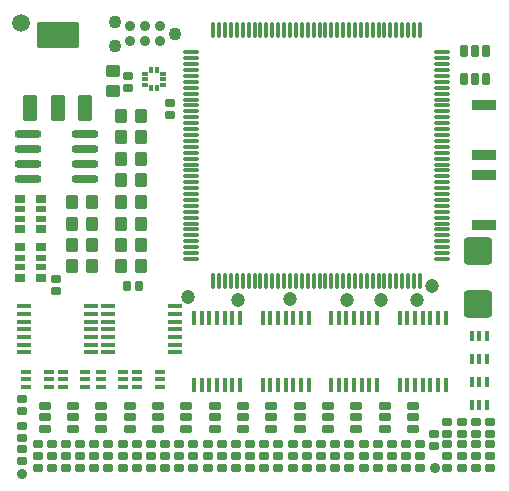
<source format=gts>
G04*
G04 #@! TF.GenerationSoftware,Altium Limited,Altium Designer,22.11.1 (43)*
G04*
G04 Layer_Color=8388736*
%FSLAX25Y25*%
%MOIN*%
G70*
G04*
G04 #@! TF.SameCoordinates,09696BF9-F793-4DFF-A814-162FF6B654E2*
G04*
G04*
G04 #@! TF.FilePolarity,Negative*
G04*
G01*
G75*
G04:AMPARAMS|DCode=41|XSize=47.24mil|YSize=88.58mil|CornerRadius=6.3mil|HoleSize=0mil|Usage=FLASHONLY|Rotation=0.000|XOffset=0mil|YOffset=0mil|HoleType=Round|Shape=RoundedRectangle|*
%AMROUNDEDRECTD41*
21,1,0.04724,0.07598,0,0,0.0*
21,1,0.03465,0.08858,0,0,0.0*
1,1,0.01260,0.01732,-0.03799*
1,1,0.01260,-0.01732,-0.03799*
1,1,0.01260,-0.01732,0.03799*
1,1,0.01260,0.01732,0.03799*
%
%ADD41ROUNDEDRECTD41*%
G04:AMPARAMS|DCode=42|XSize=47.24mil|YSize=88.58mil|CornerRadius=6.3mil|HoleSize=0mil|Usage=FLASHONLY|Rotation=0.000|XOffset=0mil|YOffset=0mil|HoleType=Round|Shape=RoundedRectangle|*
%AMROUNDEDRECTD42*
21,1,0.04724,0.07599,0,0,0.0*
21,1,0.03465,0.08858,0,0,0.0*
1,1,0.01260,0.01732,-0.03799*
1,1,0.01260,-0.01732,-0.03799*
1,1,0.01260,-0.01732,0.03799*
1,1,0.01260,0.01732,0.03799*
%
%ADD42ROUNDEDRECTD42*%
G04:AMPARAMS|DCode=43|XSize=141.73mil|YSize=88.58mil|CornerRadius=10.43mil|HoleSize=0mil|Usage=FLASHONLY|Rotation=0.000|XOffset=0mil|YOffset=0mil|HoleType=Round|Shape=RoundedRectangle|*
%AMROUNDEDRECTD43*
21,1,0.14173,0.06772,0,0,0.0*
21,1,0.12087,0.08858,0,0,0.0*
1,1,0.02087,0.06043,-0.03386*
1,1,0.02087,-0.06043,-0.03386*
1,1,0.02087,-0.06043,0.03386*
1,1,0.02087,0.06043,0.03386*
%
%ADD43ROUNDEDRECTD43*%
%ADD44O,0.05512X0.01260*%
%ADD45O,0.01260X0.05512*%
G04:AMPARAMS|DCode=46|XSize=43.31mil|YSize=47.24mil|CornerRadius=5.91mil|HoleSize=0mil|Usage=FLASHONLY|Rotation=0.000|XOffset=0mil|YOffset=0mil|HoleType=Round|Shape=RoundedRectangle|*
%AMROUNDEDRECTD46*
21,1,0.04331,0.03543,0,0,0.0*
21,1,0.03150,0.04724,0,0,0.0*
1,1,0.01181,0.01575,-0.01772*
1,1,0.01181,-0.01575,-0.01772*
1,1,0.01181,-0.01575,0.01772*
1,1,0.01181,0.01575,0.01772*
%
%ADD46ROUNDEDRECTD46*%
G04:AMPARAMS|DCode=47|XSize=27.56mil|YSize=39.37mil|CornerRadius=4.33mil|HoleSize=0mil|Usage=FLASHONLY|Rotation=180.000|XOffset=0mil|YOffset=0mil|HoleType=Round|Shape=RoundedRectangle|*
%AMROUNDEDRECTD47*
21,1,0.02756,0.03071,0,0,180.0*
21,1,0.01890,0.03937,0,0,180.0*
1,1,0.00866,-0.00945,0.01535*
1,1,0.00866,0.00945,0.01535*
1,1,0.00866,0.00945,-0.01535*
1,1,0.00866,-0.00945,-0.01535*
%
%ADD47ROUNDEDRECTD47*%
%ADD48C,0.03494*%
G04:AMPARAMS|DCode=49|XSize=31.5mil|YSize=27.56mil|CornerRadius=4.33mil|HoleSize=0mil|Usage=FLASHONLY|Rotation=180.000|XOffset=0mil|YOffset=0mil|HoleType=Round|Shape=RoundedRectangle|*
%AMROUNDEDRECTD49*
21,1,0.03150,0.01890,0,0,180.0*
21,1,0.02284,0.02756,0,0,180.0*
1,1,0.00866,-0.01142,0.00945*
1,1,0.00866,0.01142,0.00945*
1,1,0.00866,0.01142,-0.00945*
1,1,0.00866,-0.01142,-0.00945*
%
%ADD49ROUNDEDRECTD49*%
G04:AMPARAMS|DCode=50|XSize=27.56mil|YSize=39.37mil|CornerRadius=4.33mil|HoleSize=0mil|Usage=FLASHONLY|Rotation=270.000|XOffset=0mil|YOffset=0mil|HoleType=Round|Shape=RoundedRectangle|*
%AMROUNDEDRECTD50*
21,1,0.02756,0.03071,0,0,270.0*
21,1,0.01890,0.03937,0,0,270.0*
1,1,0.00866,-0.01535,-0.00945*
1,1,0.00866,-0.01535,0.00945*
1,1,0.00866,0.01535,0.00945*
1,1,0.00866,0.01535,-0.00945*
%
%ADD50ROUNDEDRECTD50*%
G04:AMPARAMS|DCode=51|XSize=90.55mil|YSize=94.49mil|CornerRadius=10.63mil|HoleSize=0mil|Usage=FLASHONLY|Rotation=90.000|XOffset=0mil|YOffset=0mil|HoleType=Round|Shape=RoundedRectangle|*
%AMROUNDEDRECTD51*
21,1,0.09055,0.07323,0,0,90.0*
21,1,0.06929,0.09449,0,0,90.0*
1,1,0.02126,0.03661,0.03465*
1,1,0.02126,0.03661,-0.03465*
1,1,0.02126,-0.03661,-0.03465*
1,1,0.02126,-0.03661,0.03465*
%
%ADD51ROUNDEDRECTD51*%
%ADD52C,0.03543*%
G04:AMPARAMS|DCode=53|XSize=29.53mil|YSize=35.43mil|CornerRadius=4.53mil|HoleSize=0mil|Usage=FLASHONLY|Rotation=90.000|XOffset=0mil|YOffset=0mil|HoleType=Round|Shape=RoundedRectangle|*
%AMROUNDEDRECTD53*
21,1,0.02953,0.02638,0,0,90.0*
21,1,0.02047,0.03543,0,0,90.0*
1,1,0.00906,0.01319,0.01024*
1,1,0.00906,0.01319,-0.01024*
1,1,0.00906,-0.01319,-0.01024*
1,1,0.00906,-0.01319,0.01024*
%
%ADD53ROUNDEDRECTD53*%
G04:AMPARAMS|DCode=54|XSize=21.65mil|YSize=35.43mil|CornerRadius=3.74mil|HoleSize=0mil|Usage=FLASHONLY|Rotation=90.000|XOffset=0mil|YOffset=0mil|HoleType=Round|Shape=RoundedRectangle|*
%AMROUNDEDRECTD54*
21,1,0.02165,0.02795,0,0,90.0*
21,1,0.01417,0.03543,0,0,90.0*
1,1,0.00748,0.01398,0.00709*
1,1,0.00748,0.01398,-0.00709*
1,1,0.00748,-0.01398,-0.00709*
1,1,0.00748,-0.01398,0.00709*
%
%ADD54ROUNDEDRECTD54*%
G04:AMPARAMS|DCode=55|XSize=35.43mil|YSize=82.68mil|CornerRadius=5.12mil|HoleSize=0mil|Usage=FLASHONLY|Rotation=90.000|XOffset=0mil|YOffset=0mil|HoleType=Round|Shape=RoundedRectangle|*
%AMROUNDEDRECTD55*
21,1,0.03543,0.07244,0,0,90.0*
21,1,0.02520,0.08268,0,0,90.0*
1,1,0.01024,0.03622,0.01260*
1,1,0.01024,0.03622,-0.01260*
1,1,0.01024,-0.03622,-0.01260*
1,1,0.01024,-0.03622,0.01260*
%
%ADD55ROUNDEDRECTD55*%
%ADD56O,0.01575X0.04724*%
%ADD57O,0.04724X0.01575*%
G04:AMPARAMS|DCode=58|XSize=16.54mil|YSize=35.43mil|CornerRadius=3.23mil|HoleSize=0mil|Usage=FLASHONLY|Rotation=90.000|XOffset=0mil|YOffset=0mil|HoleType=Round|Shape=RoundedRectangle|*
%AMROUNDEDRECTD58*
21,1,0.01654,0.02898,0,0,90.0*
21,1,0.01008,0.03543,0,0,90.0*
1,1,0.00646,0.01449,0.00504*
1,1,0.00646,0.01449,-0.00504*
1,1,0.00646,-0.01449,-0.00504*
1,1,0.00646,-0.01449,0.00504*
%
%ADD58ROUNDEDRECTD58*%
%ADD59O,0.09055X0.02756*%
G04:AMPARAMS|DCode=60|XSize=16.54mil|YSize=35.43mil|CornerRadius=3.23mil|HoleSize=0mil|Usage=FLASHONLY|Rotation=180.000|XOffset=0mil|YOffset=0mil|HoleType=Round|Shape=RoundedRectangle|*
%AMROUNDEDRECTD60*
21,1,0.01654,0.02898,0,0,180.0*
21,1,0.01008,0.03543,0,0,180.0*
1,1,0.00646,-0.00504,0.01449*
1,1,0.00646,0.00504,0.01449*
1,1,0.00646,0.00504,-0.01449*
1,1,0.00646,-0.00504,-0.01449*
%
%ADD60ROUNDEDRECTD60*%
%ADD61R,0.01870X0.01772*%
%ADD62R,0.01772X0.01870*%
G04:AMPARAMS|DCode=63|XSize=43.31mil|YSize=47.24mil|CornerRadius=5.91mil|HoleSize=0mil|Usage=FLASHONLY|Rotation=270.000|XOffset=0mil|YOffset=0mil|HoleType=Round|Shape=RoundedRectangle|*
%AMROUNDEDRECTD63*
21,1,0.04331,0.03543,0,0,270.0*
21,1,0.03150,0.04724,0,0,270.0*
1,1,0.01181,-0.01772,-0.01575*
1,1,0.01181,-0.01772,0.01575*
1,1,0.01181,0.01772,0.01575*
1,1,0.01181,0.01772,-0.01575*
%
%ADD63ROUNDEDRECTD63*%
G04:AMPARAMS|DCode=64|XSize=31.5mil|YSize=27.56mil|CornerRadius=4.33mil|HoleSize=0mil|Usage=FLASHONLY|Rotation=90.000|XOffset=0mil|YOffset=0mil|HoleType=Round|Shape=RoundedRectangle|*
%AMROUNDEDRECTD64*
21,1,0.03150,0.01890,0,0,90.0*
21,1,0.02284,0.02756,0,0,90.0*
1,1,0.00866,0.00945,0.01142*
1,1,0.00866,0.00945,-0.01142*
1,1,0.00866,-0.00945,-0.01142*
1,1,0.00866,-0.00945,0.01142*
%
%ADD64ROUNDEDRECTD64*%
%ADD65C,0.04294*%
%ADD66C,0.04724*%
%ADD67C,0.05906*%
D41*
X7480Y125197D02*
D03*
X25591D02*
D03*
D42*
X16535D02*
D03*
D43*
X16535Y149606D02*
D03*
D44*
X61024Y143701D02*
D03*
Y141732D02*
D03*
X61024Y139764D02*
D03*
Y137795D02*
D03*
Y135827D02*
D03*
Y133858D02*
D03*
Y131890D02*
D03*
X61024Y129921D02*
D03*
Y127953D02*
D03*
Y125984D02*
D03*
X61024Y124016D02*
D03*
Y122047D02*
D03*
Y120079D02*
D03*
Y118110D02*
D03*
Y116142D02*
D03*
Y114173D02*
D03*
Y112205D02*
D03*
Y110236D02*
D03*
Y108268D02*
D03*
Y106299D02*
D03*
Y104331D02*
D03*
X61024Y102362D02*
D03*
X61024Y100394D02*
D03*
Y98425D02*
D03*
Y96457D02*
D03*
Y94488D02*
D03*
Y92520D02*
D03*
X61024Y90551D02*
D03*
Y88583D02*
D03*
Y86614D02*
D03*
X61024Y84646D02*
D03*
Y82677D02*
D03*
Y80709D02*
D03*
Y78740D02*
D03*
Y76772D02*
D03*
X61024Y74803D02*
D03*
X144685D02*
D03*
X144685Y76772D02*
D03*
Y78740D02*
D03*
Y80709D02*
D03*
Y82677D02*
D03*
Y84646D02*
D03*
X144685Y86614D02*
D03*
Y88583D02*
D03*
Y90551D02*
D03*
X144685Y92520D02*
D03*
Y94488D02*
D03*
Y96457D02*
D03*
Y98425D02*
D03*
Y100394D02*
D03*
X144685Y102362D02*
D03*
X144685Y104331D02*
D03*
Y106299D02*
D03*
Y108268D02*
D03*
Y110236D02*
D03*
Y112205D02*
D03*
Y114173D02*
D03*
Y116142D02*
D03*
Y118110D02*
D03*
Y120079D02*
D03*
Y122047D02*
D03*
Y124016D02*
D03*
X144685Y125984D02*
D03*
Y127953D02*
D03*
Y129921D02*
D03*
X144685Y131890D02*
D03*
Y133858D02*
D03*
Y135827D02*
D03*
Y137795D02*
D03*
Y139764D02*
D03*
X144685Y141732D02*
D03*
Y143701D02*
D03*
D45*
X68405Y67421D02*
D03*
X70374D02*
D03*
X72342Y67421D02*
D03*
X74311D02*
D03*
X76279D02*
D03*
X78248D02*
D03*
X80216D02*
D03*
X82185Y67421D02*
D03*
X84153D02*
D03*
X86122D02*
D03*
X88090Y67421D02*
D03*
X90059D02*
D03*
X92028D02*
D03*
X93996D02*
D03*
X95965D02*
D03*
X97933D02*
D03*
X99902D02*
D03*
X101870D02*
D03*
X103839D02*
D03*
X105807D02*
D03*
X107776D02*
D03*
X109744Y67421D02*
D03*
X111713Y67421D02*
D03*
X113681D02*
D03*
X115650D02*
D03*
X117618D02*
D03*
X119587D02*
D03*
X121555Y67421D02*
D03*
X123524D02*
D03*
X125492D02*
D03*
X127461Y67421D02*
D03*
X129429D02*
D03*
X131398D02*
D03*
X133366D02*
D03*
X135335D02*
D03*
X137303Y67421D02*
D03*
Y151083D02*
D03*
X135335Y151083D02*
D03*
X133366D02*
D03*
X131398D02*
D03*
X129429D02*
D03*
X127461D02*
D03*
X125492Y151083D02*
D03*
X123524D02*
D03*
X121555D02*
D03*
X119587Y151083D02*
D03*
X117618D02*
D03*
X115650D02*
D03*
X113681D02*
D03*
X111713D02*
D03*
X109744Y151083D02*
D03*
X107776Y151083D02*
D03*
X105807D02*
D03*
X103839D02*
D03*
X101870D02*
D03*
X99902D02*
D03*
X97933D02*
D03*
X95965D02*
D03*
X93996D02*
D03*
X92028D02*
D03*
X90059D02*
D03*
X88090D02*
D03*
X86122Y151083D02*
D03*
X84153D02*
D03*
X82185D02*
D03*
X80216Y151083D02*
D03*
X78248D02*
D03*
X76279D02*
D03*
X74311D02*
D03*
X72342D02*
D03*
X70374Y151083D02*
D03*
X68405D02*
D03*
D46*
X37795Y101181D02*
D03*
X44488Y101181D02*
D03*
Y108268D02*
D03*
X37795D02*
D03*
Y115354D02*
D03*
X44488D02*
D03*
Y122441D02*
D03*
X37795D02*
D03*
X27953Y93701D02*
D03*
X21260D02*
D03*
X44488Y93701D02*
D03*
X37795Y93701D02*
D03*
X27953Y86614D02*
D03*
X21260Y86614D02*
D03*
X44488Y86614D02*
D03*
X37795D02*
D03*
X27953Y79528D02*
D03*
X21260D02*
D03*
X44488D02*
D03*
X37795D02*
D03*
X21260Y72441D02*
D03*
X27953Y72441D02*
D03*
X44488Y72441D02*
D03*
X37795D02*
D03*
D47*
X159449Y144095D02*
D03*
X155709D02*
D03*
X151969D02*
D03*
Y134646D02*
D03*
X155709D02*
D03*
X159449D02*
D03*
D48*
X50748Y152441D02*
D03*
Y147441D02*
D03*
X45748Y152441D02*
D03*
X45748Y147441D02*
D03*
X40748Y152441D02*
D03*
Y147441D02*
D03*
D49*
X4724Y7480D02*
D03*
Y11417D02*
D03*
X151181Y20472D02*
D03*
Y16535D02*
D03*
X47638Y9055D02*
D03*
Y5118D02*
D03*
X61811Y9055D02*
D03*
X61811Y5118D02*
D03*
X80709Y12992D02*
D03*
Y9055D02*
D03*
Y5118D02*
D03*
Y9055D02*
D03*
X90158D02*
D03*
X90158Y12992D02*
D03*
X90158Y9055D02*
D03*
X90158Y5118D02*
D03*
X113780Y12992D02*
D03*
Y9055D02*
D03*
X137402D02*
D03*
X137402Y12992D02*
D03*
X137402Y9055D02*
D03*
X137402Y5118D02*
D03*
X54036Y122835D02*
D03*
Y126772D02*
D03*
X142126Y12598D02*
D03*
Y16535D02*
D03*
X4724Y28150D02*
D03*
Y24213D02*
D03*
X16142Y64173D02*
D03*
Y68110D02*
D03*
X160630Y16535D02*
D03*
Y20472D02*
D03*
X155905Y16535D02*
D03*
Y20472D02*
D03*
X146457Y16535D02*
D03*
Y20472D02*
D03*
X9843Y9055D02*
D03*
Y12992D02*
D03*
X14567Y9055D02*
D03*
Y12992D02*
D03*
X19291Y9055D02*
D03*
Y12992D02*
D03*
X24016Y9055D02*
D03*
Y12992D02*
D03*
X9843Y9055D02*
D03*
Y5118D02*
D03*
X14567Y9055D02*
D03*
Y5118D02*
D03*
X19291Y9055D02*
D03*
Y5118D02*
D03*
X24016Y9055D02*
D03*
Y5118D02*
D03*
X28740Y9055D02*
D03*
Y12992D02*
D03*
X33465Y9055D02*
D03*
Y12992D02*
D03*
X38189Y9055D02*
D03*
X38189Y12992D02*
D03*
X43031Y9055D02*
D03*
Y12992D02*
D03*
X28740Y9055D02*
D03*
Y5118D02*
D03*
X33465Y9055D02*
D03*
Y5118D02*
D03*
X38189Y9055D02*
D03*
X38189Y5118D02*
D03*
X42913Y9055D02*
D03*
Y5118D02*
D03*
X47638Y9055D02*
D03*
Y12992D02*
D03*
X52362Y9055D02*
D03*
Y12992D02*
D03*
X57087Y9055D02*
D03*
Y12992D02*
D03*
X61811Y9055D02*
D03*
Y12992D02*
D03*
X52362Y9055D02*
D03*
X52362Y5118D02*
D03*
X57087Y9055D02*
D03*
Y5118D02*
D03*
X66536Y12992D02*
D03*
Y9055D02*
D03*
X71260Y12992D02*
D03*
Y9055D02*
D03*
X75984Y12992D02*
D03*
Y9055D02*
D03*
X66536Y5118D02*
D03*
Y9055D02*
D03*
X71260Y5118D02*
D03*
Y9055D02*
D03*
X75984Y5118D02*
D03*
Y9055D02*
D03*
X85433D02*
D03*
Y12992D02*
D03*
X94882Y9055D02*
D03*
Y12992D02*
D03*
X99606Y9055D02*
D03*
Y12992D02*
D03*
X85433Y9055D02*
D03*
Y5118D02*
D03*
X94882Y9055D02*
D03*
Y5118D02*
D03*
X99606Y9055D02*
D03*
Y5118D02*
D03*
X104331Y12992D02*
D03*
Y9055D02*
D03*
X109055Y12992D02*
D03*
Y9055D02*
D03*
X118504Y12992D02*
D03*
Y9055D02*
D03*
X104331Y5118D02*
D03*
Y9055D02*
D03*
X109055Y5118D02*
D03*
Y9055D02*
D03*
X113780Y5118D02*
D03*
Y9055D02*
D03*
X118504Y5118D02*
D03*
Y9055D02*
D03*
X123228D02*
D03*
X123228Y12992D02*
D03*
X127953Y9055D02*
D03*
Y12992D02*
D03*
X132677Y9055D02*
D03*
Y12992D02*
D03*
X123228Y9055D02*
D03*
X123228Y5118D02*
D03*
X127953Y9055D02*
D03*
Y5118D02*
D03*
X132677Y9055D02*
D03*
Y5118D02*
D03*
X146457Y12992D02*
D03*
Y9055D02*
D03*
X151181Y12992D02*
D03*
Y9055D02*
D03*
X155905Y12992D02*
D03*
Y9055D02*
D03*
X160630Y12992D02*
D03*
Y9055D02*
D03*
X146457Y5118D02*
D03*
Y9055D02*
D03*
X151181Y5118D02*
D03*
Y9055D02*
D03*
X155905Y5118D02*
D03*
Y9055D02*
D03*
X160630Y5118D02*
D03*
Y9055D02*
D03*
X4724Y19094D02*
D03*
Y15157D02*
D03*
X40157Y131890D02*
D03*
Y135827D02*
D03*
D50*
X59449Y25787D02*
D03*
Y22047D02*
D03*
Y18307D02*
D03*
X50000Y18307D02*
D03*
Y22047D02*
D03*
X50000Y25787D02*
D03*
X21654D02*
D03*
X21654Y22047D02*
D03*
Y18307D02*
D03*
X12205D02*
D03*
Y22047D02*
D03*
X12205Y25787D02*
D03*
X40551Y25787D02*
D03*
Y22047D02*
D03*
Y18307D02*
D03*
X31102Y18307D02*
D03*
Y22047D02*
D03*
Y25787D02*
D03*
X78347D02*
D03*
Y22047D02*
D03*
Y18307D02*
D03*
X68898Y18307D02*
D03*
Y22047D02*
D03*
X68898Y25787D02*
D03*
X97244D02*
D03*
Y22047D02*
D03*
Y18307D02*
D03*
X87795D02*
D03*
Y22047D02*
D03*
Y25787D02*
D03*
X116142Y25787D02*
D03*
Y22047D02*
D03*
Y18307D02*
D03*
X106693D02*
D03*
Y22047D02*
D03*
Y25787D02*
D03*
X135039D02*
D03*
Y22047D02*
D03*
Y18307D02*
D03*
X125591Y18307D02*
D03*
Y22047D02*
D03*
X125591Y25787D02*
D03*
D51*
X156693Y59842D02*
D03*
Y77559D02*
D03*
D52*
X142402Y5118D02*
D03*
X4724Y3150D02*
D03*
D53*
X11024Y78642D02*
D03*
X3937D02*
D03*
Y68602D02*
D03*
X11024D02*
D03*
Y84744D02*
D03*
X3937D02*
D03*
Y94784D02*
D03*
X11024D02*
D03*
D54*
X3937Y72047D02*
D03*
Y75197D02*
D03*
X11024D02*
D03*
Y72047D02*
D03*
Y88189D02*
D03*
Y91339D02*
D03*
X3937D02*
D03*
Y88189D02*
D03*
D55*
X158661Y125984D02*
D03*
Y109449D02*
D03*
Y86221D02*
D03*
Y102756D02*
D03*
D56*
X145866Y55118D02*
D03*
X143307D02*
D03*
X140748D02*
D03*
X138189D02*
D03*
X135630D02*
D03*
X133071D02*
D03*
X130512D02*
D03*
X145866Y32677D02*
D03*
X143307Y32677D02*
D03*
X140748D02*
D03*
X138189Y32677D02*
D03*
X135630Y32677D02*
D03*
X133071D02*
D03*
X130512Y32677D02*
D03*
X77362Y55118D02*
D03*
X74803D02*
D03*
X72244D02*
D03*
X69685D02*
D03*
X67126D02*
D03*
X64567D02*
D03*
X62008D02*
D03*
X77362Y32677D02*
D03*
X74803D02*
D03*
X72244D02*
D03*
X69685D02*
D03*
X67126D02*
D03*
X64567D02*
D03*
X62008D02*
D03*
X100197Y55118D02*
D03*
X97638D02*
D03*
X95079D02*
D03*
X92520D02*
D03*
X89961D02*
D03*
X87402D02*
D03*
X84843D02*
D03*
X100197Y32677D02*
D03*
X97638D02*
D03*
X95079D02*
D03*
X92520D02*
D03*
X89961D02*
D03*
X87402D02*
D03*
X84843D02*
D03*
X123031Y55118D02*
D03*
X120472D02*
D03*
X117913D02*
D03*
X115354D02*
D03*
X112795D02*
D03*
X110236D02*
D03*
X107677D02*
D03*
X123031Y32677D02*
D03*
X120472D02*
D03*
X117913D02*
D03*
X115354D02*
D03*
X112795D02*
D03*
X110236D02*
D03*
X107677D02*
D03*
D57*
X55709Y43701D02*
D03*
Y46260D02*
D03*
Y48819D02*
D03*
Y51378D02*
D03*
Y53937D02*
D03*
Y56496D02*
D03*
Y59055D02*
D03*
X33268Y43701D02*
D03*
Y46260D02*
D03*
Y48819D02*
D03*
Y51378D02*
D03*
Y53937D02*
D03*
Y56496D02*
D03*
Y59055D02*
D03*
X27756Y43701D02*
D03*
Y46260D02*
D03*
Y48819D02*
D03*
Y51378D02*
D03*
Y53937D02*
D03*
Y56496D02*
D03*
Y59055D02*
D03*
X5315Y43701D02*
D03*
Y46260D02*
D03*
Y48819D02*
D03*
Y51378D02*
D03*
Y53937D02*
D03*
Y56496D02*
D03*
Y59055D02*
D03*
D58*
X38386Y32087D02*
D03*
Y34646D02*
D03*
Y37205D02*
D03*
X30906Y32087D02*
D03*
Y34646D02*
D03*
Y37205D02*
D03*
X18307Y37205D02*
D03*
Y34646D02*
D03*
Y32087D02*
D03*
X25787Y37205D02*
D03*
Y34646D02*
D03*
Y32087D02*
D03*
X13583Y32087D02*
D03*
Y34646D02*
D03*
Y37205D02*
D03*
X6102Y32087D02*
D03*
Y34646D02*
D03*
Y37205D02*
D03*
X43110Y37205D02*
D03*
Y34646D02*
D03*
Y32087D02*
D03*
X50591Y37205D02*
D03*
Y34646D02*
D03*
Y32087D02*
D03*
D59*
X6693Y116557D02*
D03*
X6693Y111557D02*
D03*
X6693Y106557D02*
D03*
Y101557D02*
D03*
X25591Y116557D02*
D03*
X25591Y111557D02*
D03*
X25591Y106557D02*
D03*
Y101557D02*
D03*
D60*
X159646Y49016D02*
D03*
X157087D02*
D03*
X154528D02*
D03*
X159646Y41535D02*
D03*
X157087Y41535D02*
D03*
X154528Y41535D02*
D03*
X159646Y33661D02*
D03*
X157087Y33661D02*
D03*
X154528Y33661D02*
D03*
X159646Y26181D02*
D03*
X157087D02*
D03*
X154528D02*
D03*
D61*
X45817Y132677D02*
D03*
Y134646D02*
D03*
Y136614D02*
D03*
X51821D02*
D03*
Y134646D02*
D03*
Y132677D02*
D03*
D62*
X47835Y137648D02*
D03*
X49803D02*
D03*
Y131644D02*
D03*
X47835D02*
D03*
D63*
X34941Y130709D02*
D03*
Y137402D02*
D03*
D64*
X43701Y65748D02*
D03*
X39764D02*
D03*
D65*
X55748Y149941D02*
D03*
X35748Y145941D02*
D03*
Y153941D02*
D03*
D66*
X94095Y61417D02*
D03*
X141339Y65748D02*
D03*
X136221Y61024D02*
D03*
X124409D02*
D03*
X112992Y61024D02*
D03*
X76772Y61024D02*
D03*
X59842Y62205D02*
D03*
D67*
X4331Y153543D02*
D03*
M02*

</source>
